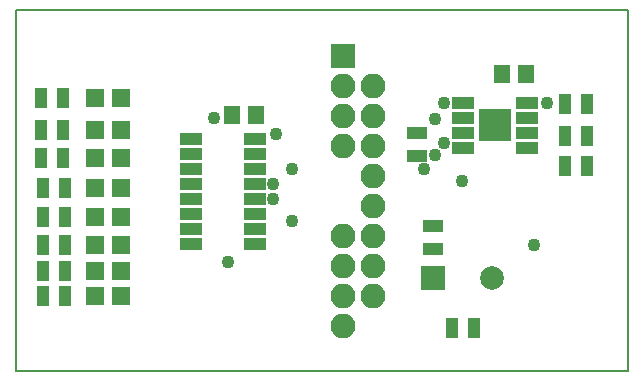
<source format=gts>
G04 #@! TF.FileFunction,Soldermask,Top*
%FSLAX46Y46*%
G04 Gerber Fmt 4.6, Leading zero omitted, Abs format (unit mm)*
G04 Created by KiCad (PCBNEW 4.0.6) date 11/27/17 20:56:59*
%MOMM*%
%LPD*%
G01*
G04 APERTURE LIST*
%ADD10C,0.100000*%
%ADD11C,0.150000*%
%ADD12R,1.900000X1.000000*%
%ADD13R,1.400000X1.650000*%
%ADD14R,1.600000X1.600000*%
%ADD15R,1.700000X1.100000*%
%ADD16R,1.100000X1.700000*%
%ADD17R,2.000000X2.000000*%
%ADD18C,2.000000*%
%ADD19R,2.100000X2.100000*%
%ADD20O,2.100000X2.100000*%
%ADD21R,1.950000X1.000000*%
%ADD22R,1.575000X1.575000*%
%ADD23C,1.085800*%
G04 APERTURE END LIST*
D10*
D11*
X197866000Y-107061000D02*
X249682000Y-107061000D01*
X197866000Y-107823000D02*
X197866000Y-107061000D01*
X249682000Y-137668000D02*
X249682000Y-107061000D01*
X197866000Y-137668000D02*
X249682000Y-137668000D01*
X197866000Y-107823000D02*
X197866000Y-137668000D01*
D12*
X212692000Y-117983000D03*
X212692000Y-119253000D03*
X212692000Y-120523000D03*
X212692000Y-121793000D03*
X212692000Y-123063000D03*
X212692000Y-124333000D03*
X212692000Y-125603000D03*
X212692000Y-126873000D03*
X218092000Y-126873000D03*
X218092000Y-125603000D03*
X218092000Y-124333000D03*
X218092000Y-123063000D03*
X218092000Y-121793000D03*
X218092000Y-120523000D03*
X218092000Y-119253000D03*
X218092000Y-117983000D03*
D13*
X239030000Y-112522000D03*
X241030000Y-112522000D03*
X216170000Y-115951000D03*
X218170000Y-115951000D03*
D14*
X206713000Y-131318000D03*
X204513000Y-131318000D03*
X206713000Y-129159000D03*
X204513000Y-129159000D03*
X206713000Y-127000000D03*
X204513000Y-127000000D03*
X206713000Y-124587000D03*
X204513000Y-124587000D03*
X206713000Y-122174000D03*
X204513000Y-122174000D03*
X206713000Y-119634000D03*
X204513000Y-119634000D03*
X206713000Y-117221000D03*
X204513000Y-117221000D03*
X206713000Y-114554000D03*
X204513000Y-114554000D03*
D15*
X231775000Y-119441000D03*
X231775000Y-117541000D03*
D16*
X244287000Y-120269000D03*
X246187000Y-120269000D03*
X244287000Y-117729000D03*
X246187000Y-117729000D03*
X244287000Y-115062000D03*
X246187000Y-115062000D03*
D15*
X233172000Y-125415000D03*
X233172000Y-127315000D03*
D17*
X233172000Y-129794000D03*
D18*
X238172000Y-129794000D03*
D16*
X236662000Y-133985000D03*
X234762000Y-133985000D03*
X201991000Y-131318000D03*
X200091000Y-131318000D03*
X201991000Y-129159000D03*
X200091000Y-129159000D03*
X201991000Y-127000000D03*
X200091000Y-127000000D03*
X201991000Y-124587000D03*
X200091000Y-124587000D03*
X201991000Y-122174000D03*
X200091000Y-122174000D03*
X201864000Y-119634000D03*
X199964000Y-119634000D03*
X201864000Y-117221000D03*
X199964000Y-117221000D03*
X201864000Y-114554000D03*
X199964000Y-114554000D03*
D19*
X225552000Y-110998000D03*
D20*
X225552000Y-113538000D03*
X228092000Y-113538000D03*
X225552000Y-116078000D03*
X228092000Y-116078000D03*
X225552000Y-118618000D03*
X228092000Y-118618000D03*
X228092000Y-121158000D03*
X228092000Y-123698000D03*
X225552000Y-126238000D03*
X228092000Y-126238000D03*
X225552000Y-128778000D03*
X228092000Y-128778000D03*
X225552000Y-131318000D03*
X228092000Y-131318000D03*
X225552000Y-133858000D03*
D21*
X235679000Y-114935000D03*
X235679000Y-116205000D03*
X235679000Y-117475000D03*
X235679000Y-118745000D03*
X241079000Y-118745000D03*
X241079000Y-117475000D03*
X241079000Y-116205000D03*
X241079000Y-114935000D03*
D22*
X238966500Y-117427500D03*
X238966500Y-116252500D03*
X237791500Y-117427500D03*
X237791500Y-116252500D03*
D23*
X219583000Y-123063000D03*
X235585000Y-121539000D03*
X241681000Y-127000000D03*
X214630000Y-116205000D03*
X219583000Y-121793000D03*
X215773000Y-128397000D03*
X219837000Y-117602000D03*
X221234000Y-124968000D03*
X232410000Y-120523000D03*
X242824000Y-114935000D03*
X221234000Y-120523000D03*
X233299000Y-119380000D03*
X233299000Y-116332000D03*
X234061000Y-114935000D03*
X234061000Y-118364000D03*
M02*

</source>
